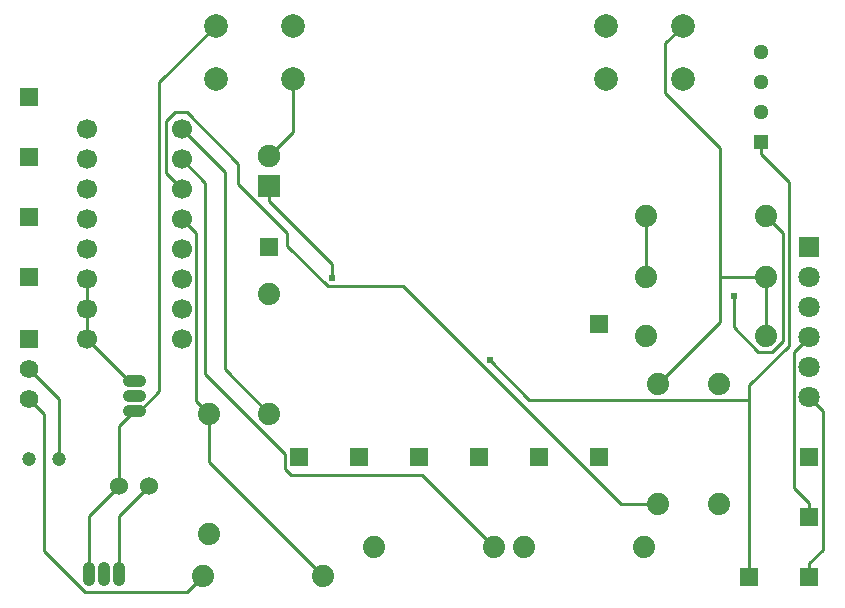
<source format=gbl>
G04 Layer: BottomLayer*
G04 EasyEDA v6.2.46, 2019-12-13T21:01:04+01:00*
G04 3005faa94037452eb19f5b3c810bd7e0,39ff71f2194a49368f8d12cd3c9184f8,10*
G04 Gerber Generator version 0.2*
G04 Scale: 100 percent, Rotated: No, Reflected: No *
G04 Dimensions in inches *
G04 leading zeros omitted , absolute positions ,2 integer and 4 decimal *
%FSLAX24Y24*%
%MOIN*%
G90*
G70D02*

%ADD10C,0.010000*%
%ADD11C,0.024000*%
%ADD14R,0.062000X0.062000*%
%ADD15C,0.062000*%
%ADD16C,0.060000*%
%ADD17C,0.074000*%
%ADD18C,0.078740*%
%ADD19R,0.074803X0.074803*%
%ADD20C,0.074803*%
%ADD21R,0.051000X0.051000*%
%ADD22C,0.051000*%
%ADD23C,0.066929*%
%ADD24C,0.070866*%
%ADD25R,0.070866X0.070866*%
%ADD26C,0.047000*%
%ADD27C,0.039370*%

%LPD*%
G54D10*
G01X25500Y7411D02*
G01X25500Y1961D01*
G01X25900Y15594D02*
G01X26823Y14669D01*
G01X26823Y9223D01*
G01X25500Y7900D01*
G01X25500Y7411D01*
G01X16839Y8732D02*
G01X18163Y7411D01*
G01X25500Y7411D01*
G01X4500Y1600D02*
G01X4500Y3550D01*
G01X5500Y4550D01*
G01X6575Y16450D02*
G01X8021Y15003D01*
G01X8021Y8428D01*
G01X9500Y6950D01*
G01X2500Y5450D02*
G01X2500Y7450D01*
G01X1500Y8450D01*
G01X25900Y16000D02*
G01X25900Y15594D01*
G01X25500Y1500D02*
G01X25500Y1961D01*
G01X9500Y14025D02*
G01X11584Y11940D01*
G01X11584Y11488D01*
G01X9500Y14550D02*
G01X9500Y14025D01*
G01X22450Y3950D02*
G01X21217Y3950D01*
G01X13968Y11198D01*
G01X11450Y11198D01*
G01X10097Y12551D01*
G01X10097Y12961D01*
G01X8460Y14598D01*
G01X8460Y15286D01*
G01X6752Y16992D01*
G01X6352Y16992D01*
G01X6060Y16700D01*
G01X6060Y14963D01*
G01X6575Y14450D01*
G01X27500Y3500D02*
G01X27500Y3961D01*
G01X27500Y9500D02*
G01X26993Y8992D01*
G01X26993Y4467D01*
G01X27500Y3961D01*
G01X3425Y9450D02*
G01X3425Y10450D01*
G01X5000Y8050D02*
G01X4825Y8050D01*
G01X3425Y9450D01*
G01X3425Y11450D02*
G01X3425Y10450D01*
G01X7721Y19886D02*
G01X5831Y17996D01*
G01X5831Y7692D01*
G01X5189Y7050D01*
G01X5000Y7050D01*
G01X24521Y11500D02*
G01X24521Y15800D01*
G01X22690Y17630D01*
G01X22690Y19296D01*
G01X23280Y19886D01*
G01X22450Y7950D02*
G01X24521Y10021D01*
G01X24521Y11500D01*
G01X24521Y11500D02*
G01X26050Y11500D01*
G01X26050Y11500D02*
G01X26050Y9550D01*
G01X27500Y1500D02*
G01X27500Y1961D01*
G01X27500Y1961D02*
G01X27960Y2421D01*
G01X27960Y7038D01*
G01X27500Y7500D01*
G01X3500Y1600D02*
G01X3500Y3550D01*
G01X4500Y4550D01*
G01X5000Y7050D02*
G01X4500Y6550D01*
G01X4500Y4550D01*
G01X11300Y1550D02*
G01X7500Y5350D01*
G01X7500Y6950D01*
G01X6575Y13450D02*
G01X7060Y12963D01*
G01X7060Y7390D01*
G01X7500Y6950D01*
G01X6575Y15450D02*
G01X7368Y14655D01*
G01X7368Y8259D01*
G01X10021Y5607D01*
G01X10021Y5109D01*
G01X10235Y4896D01*
G01X14602Y4896D01*
G01X17000Y2500D01*
G01X22050Y13550D02*
G01X22050Y11500D01*
G01X9500Y15550D02*
G01X10280Y16328D01*
G01X10280Y18113D01*
G01X7300Y1550D02*
G01X6756Y1007D01*
G01X3355Y1007D01*
G01X2000Y2363D01*
G01X2000Y6950D01*
G01X1500Y7450D01*
G01X26050Y13550D02*
G01X26622Y12976D01*
G01X26622Y9378D01*
G01X26253Y9009D01*
G01X25801Y9009D01*
G01X24985Y9825D01*
G01X24985Y10876D01*
G54D14*
G01X10500Y5500D03*
G01X12500Y5500D03*
G01X14500Y5500D03*
G01X16500Y5500D03*
G01X18500Y5500D03*
G01X1500Y17500D03*
G01X1500Y15500D03*
G01X1500Y13500D03*
G01X1500Y11500D03*
G01X9500Y12500D03*
G01X20500Y9950D03*
G01X20500Y5500D03*
G54D15*
G01X1500Y7450D03*
G01X1500Y8450D03*
G54D14*
G01X1500Y9450D03*
G54D16*
G01X5500Y4550D03*
G01X4500Y4550D03*
G54D17*
G01X22050Y9550D03*
G01X26050Y9550D03*
G01X7500Y2950D03*
G01X7500Y6950D03*
G01X11300Y1550D03*
G01X7300Y1550D03*
G01X22450Y7950D03*
G01X22450Y3950D03*
G01X24500Y3950D03*
G01X24500Y7950D03*
G01X9500Y6950D03*
G01X9500Y10950D03*
G01X13000Y2500D03*
G01X17000Y2500D03*
G01X22050Y11500D03*
G01X26050Y11500D03*
G54D14*
G01X27500Y5500D03*
G01X27500Y3500D03*
G01X27500Y1500D03*
G54D18*
G01X20720Y18114D03*
G01X23279Y18114D03*
G01X23279Y19885D03*
G01X20720Y19885D03*
G01X10279Y19885D03*
G01X7720Y19885D03*
G01X7720Y18114D03*
G01X10279Y18114D03*
G54D19*
G01X9500Y14550D03*
G54D20*
G01X9500Y15550D03*
G54D21*
G01X25900Y16000D03*
G54D22*
G01X25900Y17000D03*
G01X25900Y18000D03*
G01X25900Y19000D03*
G54D23*
G01X3425Y16450D03*
G01X3425Y15450D03*
G01X3425Y10450D03*
G01X3425Y9450D03*
G01X3425Y14450D03*
G01X3425Y13450D03*
G01X3425Y11450D03*
G01X3425Y12450D03*
G01X6574Y9450D03*
G01X6574Y10450D03*
G01X6574Y11450D03*
G01X6574Y12450D03*
G01X6574Y13450D03*
G01X6574Y14450D03*
G01X6574Y15450D03*
G01X6574Y16450D03*
G54D24*
G01X27500Y7500D03*
G01X27500Y8500D03*
G01X27500Y9500D03*
G01X27500Y10500D03*
G01X27500Y11500D03*
G54D25*
G01X27500Y12500D03*
G54D26*
G01X2500Y5450D03*
G01X1500Y5450D03*
G54D14*
G01X25500Y1500D03*
G54D17*
G01X18000Y2500D03*
G01X22000Y2500D03*
G01X22050Y13550D03*
G01X26050Y13550D03*
G54D11*
G01X16839Y8732D03*
G01X11584Y11488D03*
G01X24985Y10876D03*
G54D27*
G01X3500Y1796D02*
G01X3500Y1403D01*
G01X4000Y1796D02*
G01X4000Y1403D01*
G01X4500Y1796D02*
G01X4500Y1403D01*
G01X4803Y7050D02*
G01X5196Y7050D01*
G01X4803Y7550D02*
G01X5196Y7550D01*
G01X4803Y8050D02*
G01X5196Y8050D01*
M00*
M02*

</source>
